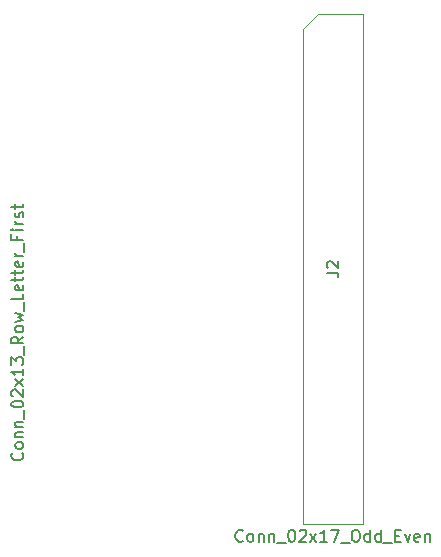
<source format=gbr>
%TF.GenerationSoftware,KiCad,Pcbnew,(5.1.10)-1*%
%TF.CreationDate,2024-05-08T08:18:54+02:00*%
%TF.ProjectId,KC85-FDD_OUT,4b433835-2d46-4444-945f-4f55542e6b69,rev?*%
%TF.SameCoordinates,Original*%
%TF.FileFunction,Other,Fab,Top*%
%FSLAX46Y46*%
G04 Gerber Fmt 4.6, Leading zero omitted, Abs format (unit mm)*
G04 Created by KiCad (PCBNEW (5.1.10)-1) date 2024-05-08 08:18:54*
%MOMM*%
%LPD*%
G01*
G04 APERTURE LIST*
%ADD10C,0.100000*%
%ADD11C,0.150000*%
G04 APERTURE END LIST*
D10*
%TO.C,J2*%
X121157000Y-103005001D02*
X122427000Y-101735001D01*
X121157000Y-144915001D02*
X121157000Y-103005001D01*
X126237000Y-144915001D02*
X121157000Y-144915001D01*
X126237000Y-101735001D02*
X126237000Y-144915001D01*
X122427000Y-101735001D02*
X126237000Y-101735001D01*
%TD*%
%TO.C,J2*%
D11*
X116054142Y-146332143D02*
X116006523Y-146379762D01*
X115863666Y-146427381D01*
X115768428Y-146427381D01*
X115625571Y-146379762D01*
X115530333Y-146284524D01*
X115482714Y-146189286D01*
X115435095Y-145998810D01*
X115435095Y-145855953D01*
X115482714Y-145665477D01*
X115530333Y-145570239D01*
X115625571Y-145475001D01*
X115768428Y-145427381D01*
X115863666Y-145427381D01*
X116006523Y-145475001D01*
X116054142Y-145522620D01*
X116625571Y-146427381D02*
X116530333Y-146379762D01*
X116482714Y-146332143D01*
X116435095Y-146236905D01*
X116435095Y-145951191D01*
X116482714Y-145855953D01*
X116530333Y-145808334D01*
X116625571Y-145760715D01*
X116768428Y-145760715D01*
X116863666Y-145808334D01*
X116911285Y-145855953D01*
X116958904Y-145951191D01*
X116958904Y-146236905D01*
X116911285Y-146332143D01*
X116863666Y-146379762D01*
X116768428Y-146427381D01*
X116625571Y-146427381D01*
X117387476Y-145760715D02*
X117387476Y-146427381D01*
X117387476Y-145855953D02*
X117435095Y-145808334D01*
X117530333Y-145760715D01*
X117673190Y-145760715D01*
X117768428Y-145808334D01*
X117816047Y-145903572D01*
X117816047Y-146427381D01*
X118292238Y-145760715D02*
X118292238Y-146427381D01*
X118292238Y-145855953D02*
X118339857Y-145808334D01*
X118435095Y-145760715D01*
X118577952Y-145760715D01*
X118673190Y-145808334D01*
X118720809Y-145903572D01*
X118720809Y-146427381D01*
X118958904Y-146522620D02*
X119720809Y-146522620D01*
X120149380Y-145427381D02*
X120244619Y-145427381D01*
X120339857Y-145475001D01*
X120387476Y-145522620D01*
X120435095Y-145617858D01*
X120482714Y-145808334D01*
X120482714Y-146046429D01*
X120435095Y-146236905D01*
X120387476Y-146332143D01*
X120339857Y-146379762D01*
X120244619Y-146427381D01*
X120149380Y-146427381D01*
X120054142Y-146379762D01*
X120006523Y-146332143D01*
X119958904Y-146236905D01*
X119911285Y-146046429D01*
X119911285Y-145808334D01*
X119958904Y-145617858D01*
X120006523Y-145522620D01*
X120054142Y-145475001D01*
X120149380Y-145427381D01*
X120863666Y-145522620D02*
X120911285Y-145475001D01*
X121006523Y-145427381D01*
X121244619Y-145427381D01*
X121339857Y-145475001D01*
X121387476Y-145522620D01*
X121435095Y-145617858D01*
X121435095Y-145713096D01*
X121387476Y-145855953D01*
X120816047Y-146427381D01*
X121435095Y-146427381D01*
X121768428Y-146427381D02*
X122292238Y-145760715D01*
X121768428Y-145760715D02*
X122292238Y-146427381D01*
X123197000Y-146427381D02*
X122625571Y-146427381D01*
X122911285Y-146427381D02*
X122911285Y-145427381D01*
X122816047Y-145570239D01*
X122720809Y-145665477D01*
X122625571Y-145713096D01*
X123530333Y-145427381D02*
X124197000Y-145427381D01*
X123768428Y-146427381D01*
X124339857Y-146522620D02*
X125101761Y-146522620D01*
X125530333Y-145427381D02*
X125720809Y-145427381D01*
X125816047Y-145475001D01*
X125911285Y-145570239D01*
X125958904Y-145760715D01*
X125958904Y-146094048D01*
X125911285Y-146284524D01*
X125816047Y-146379762D01*
X125720809Y-146427381D01*
X125530333Y-146427381D01*
X125435095Y-146379762D01*
X125339857Y-146284524D01*
X125292238Y-146094048D01*
X125292238Y-145760715D01*
X125339857Y-145570239D01*
X125435095Y-145475001D01*
X125530333Y-145427381D01*
X126816047Y-146427381D02*
X126816047Y-145427381D01*
X126816047Y-146379762D02*
X126720809Y-146427381D01*
X126530333Y-146427381D01*
X126435095Y-146379762D01*
X126387476Y-146332143D01*
X126339857Y-146236905D01*
X126339857Y-145951191D01*
X126387476Y-145855953D01*
X126435095Y-145808334D01*
X126530333Y-145760715D01*
X126720809Y-145760715D01*
X126816047Y-145808334D01*
X127720809Y-146427381D02*
X127720809Y-145427381D01*
X127720809Y-146379762D02*
X127625571Y-146427381D01*
X127435095Y-146427381D01*
X127339857Y-146379762D01*
X127292238Y-146332143D01*
X127244619Y-146236905D01*
X127244619Y-145951191D01*
X127292238Y-145855953D01*
X127339857Y-145808334D01*
X127435095Y-145760715D01*
X127625571Y-145760715D01*
X127720809Y-145808334D01*
X127958904Y-146522620D02*
X128720809Y-146522620D01*
X128958904Y-145903572D02*
X129292238Y-145903572D01*
X129435095Y-146427381D02*
X128958904Y-146427381D01*
X128958904Y-145427381D01*
X129435095Y-145427381D01*
X129768428Y-145760715D02*
X130006523Y-146427381D01*
X130244619Y-145760715D01*
X131006523Y-146379762D02*
X130911285Y-146427381D01*
X130720809Y-146427381D01*
X130625571Y-146379762D01*
X130577952Y-146284524D01*
X130577952Y-145903572D01*
X130625571Y-145808334D01*
X130720809Y-145760715D01*
X130911285Y-145760715D01*
X131006523Y-145808334D01*
X131054142Y-145903572D01*
X131054142Y-145998810D01*
X130577952Y-146094048D01*
X131482714Y-145760715D02*
X131482714Y-146427381D01*
X131482714Y-145855953D02*
X131530333Y-145808334D01*
X131625571Y-145760715D01*
X131768428Y-145760715D01*
X131863666Y-145808334D01*
X131911285Y-145903572D01*
X131911285Y-146427381D01*
X123149380Y-123658334D02*
X123863666Y-123658334D01*
X124006523Y-123705953D01*
X124101761Y-123801191D01*
X124149380Y-123944048D01*
X124149380Y-124039286D01*
X123244619Y-123229762D02*
X123197000Y-123182143D01*
X123149380Y-123086905D01*
X123149380Y-122848810D01*
X123197000Y-122753572D01*
X123244619Y-122705953D01*
X123339857Y-122658334D01*
X123435095Y-122658334D01*
X123577952Y-122705953D01*
X124149380Y-123277381D01*
X124149380Y-122658334D01*
%TO.C,J1*%
X97369142Y-138916976D02*
X97416761Y-138964595D01*
X97464380Y-139107452D01*
X97464380Y-139202690D01*
X97416761Y-139345547D01*
X97321523Y-139440785D01*
X97226285Y-139488404D01*
X97035809Y-139536023D01*
X96892952Y-139536023D01*
X96702476Y-139488404D01*
X96607238Y-139440785D01*
X96512000Y-139345547D01*
X96464380Y-139202690D01*
X96464380Y-139107452D01*
X96512000Y-138964595D01*
X96559619Y-138916976D01*
X97464380Y-138345547D02*
X97416761Y-138440785D01*
X97369142Y-138488404D01*
X97273904Y-138536023D01*
X96988190Y-138536023D01*
X96892952Y-138488404D01*
X96845333Y-138440785D01*
X96797714Y-138345547D01*
X96797714Y-138202690D01*
X96845333Y-138107452D01*
X96892952Y-138059833D01*
X96988190Y-138012214D01*
X97273904Y-138012214D01*
X97369142Y-138059833D01*
X97416761Y-138107452D01*
X97464380Y-138202690D01*
X97464380Y-138345547D01*
X96797714Y-137583642D02*
X97464380Y-137583642D01*
X96892952Y-137583642D02*
X96845333Y-137536023D01*
X96797714Y-137440785D01*
X96797714Y-137297928D01*
X96845333Y-137202690D01*
X96940571Y-137155071D01*
X97464380Y-137155071D01*
X96797714Y-136678880D02*
X97464380Y-136678880D01*
X96892952Y-136678880D02*
X96845333Y-136631261D01*
X96797714Y-136536023D01*
X96797714Y-136393166D01*
X96845333Y-136297928D01*
X96940571Y-136250309D01*
X97464380Y-136250309D01*
X97559619Y-136012214D02*
X97559619Y-135250309D01*
X96464380Y-134821738D02*
X96464380Y-134726500D01*
X96512000Y-134631261D01*
X96559619Y-134583642D01*
X96654857Y-134536023D01*
X96845333Y-134488404D01*
X97083428Y-134488404D01*
X97273904Y-134536023D01*
X97369142Y-134583642D01*
X97416761Y-134631261D01*
X97464380Y-134726500D01*
X97464380Y-134821738D01*
X97416761Y-134916976D01*
X97369142Y-134964595D01*
X97273904Y-135012214D01*
X97083428Y-135059833D01*
X96845333Y-135059833D01*
X96654857Y-135012214D01*
X96559619Y-134964595D01*
X96512000Y-134916976D01*
X96464380Y-134821738D01*
X96559619Y-134107452D02*
X96512000Y-134059833D01*
X96464380Y-133964595D01*
X96464380Y-133726500D01*
X96512000Y-133631261D01*
X96559619Y-133583642D01*
X96654857Y-133536023D01*
X96750095Y-133536023D01*
X96892952Y-133583642D01*
X97464380Y-134155071D01*
X97464380Y-133536023D01*
X97464380Y-133202690D02*
X96797714Y-132678880D01*
X96797714Y-133202690D02*
X97464380Y-132678880D01*
X97464380Y-131774119D02*
X97464380Y-132345547D01*
X97464380Y-132059833D02*
X96464380Y-132059833D01*
X96607238Y-132155071D01*
X96702476Y-132250309D01*
X96750095Y-132345547D01*
X96464380Y-131440785D02*
X96464380Y-130821738D01*
X96845333Y-131155071D01*
X96845333Y-131012214D01*
X96892952Y-130916976D01*
X96940571Y-130869357D01*
X97035809Y-130821738D01*
X97273904Y-130821738D01*
X97369142Y-130869357D01*
X97416761Y-130916976D01*
X97464380Y-131012214D01*
X97464380Y-131297928D01*
X97416761Y-131393166D01*
X97369142Y-131440785D01*
X97559619Y-130631261D02*
X97559619Y-129869357D01*
X97464380Y-129059833D02*
X96988190Y-129393166D01*
X97464380Y-129631261D02*
X96464380Y-129631261D01*
X96464380Y-129250309D01*
X96512000Y-129155071D01*
X96559619Y-129107452D01*
X96654857Y-129059833D01*
X96797714Y-129059833D01*
X96892952Y-129107452D01*
X96940571Y-129155071D01*
X96988190Y-129250309D01*
X96988190Y-129631261D01*
X97464380Y-128488404D02*
X97416761Y-128583642D01*
X97369142Y-128631261D01*
X97273904Y-128678880D01*
X96988190Y-128678880D01*
X96892952Y-128631261D01*
X96845333Y-128583642D01*
X96797714Y-128488404D01*
X96797714Y-128345547D01*
X96845333Y-128250309D01*
X96892952Y-128202690D01*
X96988190Y-128155071D01*
X97273904Y-128155071D01*
X97369142Y-128202690D01*
X97416761Y-128250309D01*
X97464380Y-128345547D01*
X97464380Y-128488404D01*
X96797714Y-127821738D02*
X97464380Y-127631261D01*
X96988190Y-127440785D01*
X97464380Y-127250309D01*
X96797714Y-127059833D01*
X97559619Y-126916976D02*
X97559619Y-126155071D01*
X97464380Y-125440785D02*
X97464380Y-125916976D01*
X96464380Y-125916976D01*
X97416761Y-124726500D02*
X97464380Y-124821738D01*
X97464380Y-125012214D01*
X97416761Y-125107452D01*
X97321523Y-125155071D01*
X96940571Y-125155071D01*
X96845333Y-125107452D01*
X96797714Y-125012214D01*
X96797714Y-124821738D01*
X96845333Y-124726500D01*
X96940571Y-124678880D01*
X97035809Y-124678880D01*
X97131047Y-125155071D01*
X96797714Y-124393166D02*
X96797714Y-124012214D01*
X96464380Y-124250309D02*
X97321523Y-124250309D01*
X97416761Y-124202690D01*
X97464380Y-124107452D01*
X97464380Y-124012214D01*
X96797714Y-123821738D02*
X96797714Y-123440785D01*
X96464380Y-123678880D02*
X97321523Y-123678880D01*
X97416761Y-123631261D01*
X97464380Y-123536023D01*
X97464380Y-123440785D01*
X97416761Y-122726500D02*
X97464380Y-122821738D01*
X97464380Y-123012214D01*
X97416761Y-123107452D01*
X97321523Y-123155071D01*
X96940571Y-123155071D01*
X96845333Y-123107452D01*
X96797714Y-123012214D01*
X96797714Y-122821738D01*
X96845333Y-122726500D01*
X96940571Y-122678880D01*
X97035809Y-122678880D01*
X97131047Y-123155071D01*
X97464380Y-122250309D02*
X96797714Y-122250309D01*
X96988190Y-122250309D02*
X96892952Y-122202690D01*
X96845333Y-122155071D01*
X96797714Y-122059833D01*
X96797714Y-121964595D01*
X97559619Y-121869357D02*
X97559619Y-121107452D01*
X96940571Y-120536023D02*
X96940571Y-120869357D01*
X97464380Y-120869357D02*
X96464380Y-120869357D01*
X96464380Y-120393166D01*
X97464380Y-120012214D02*
X96797714Y-120012214D01*
X96464380Y-120012214D02*
X96512000Y-120059833D01*
X96559619Y-120012214D01*
X96512000Y-119964595D01*
X96464380Y-120012214D01*
X96559619Y-120012214D01*
X97464380Y-119536023D02*
X96797714Y-119536023D01*
X96988190Y-119536023D02*
X96892952Y-119488404D01*
X96845333Y-119440785D01*
X96797714Y-119345547D01*
X96797714Y-119250309D01*
X97416761Y-118964595D02*
X97464380Y-118869357D01*
X97464380Y-118678880D01*
X97416761Y-118583642D01*
X97321523Y-118536023D01*
X97273904Y-118536023D01*
X97178666Y-118583642D01*
X97131047Y-118678880D01*
X97131047Y-118821738D01*
X97083428Y-118916976D01*
X96988190Y-118964595D01*
X96940571Y-118964595D01*
X96845333Y-118916976D01*
X96797714Y-118821738D01*
X96797714Y-118678880D01*
X96845333Y-118583642D01*
X96797714Y-118250309D02*
X96797714Y-117869357D01*
X96464380Y-118107452D02*
X97321523Y-118107452D01*
X97416761Y-118059833D01*
X97464380Y-117964595D01*
X97464380Y-117869357D01*
%TD*%
M02*

</source>
